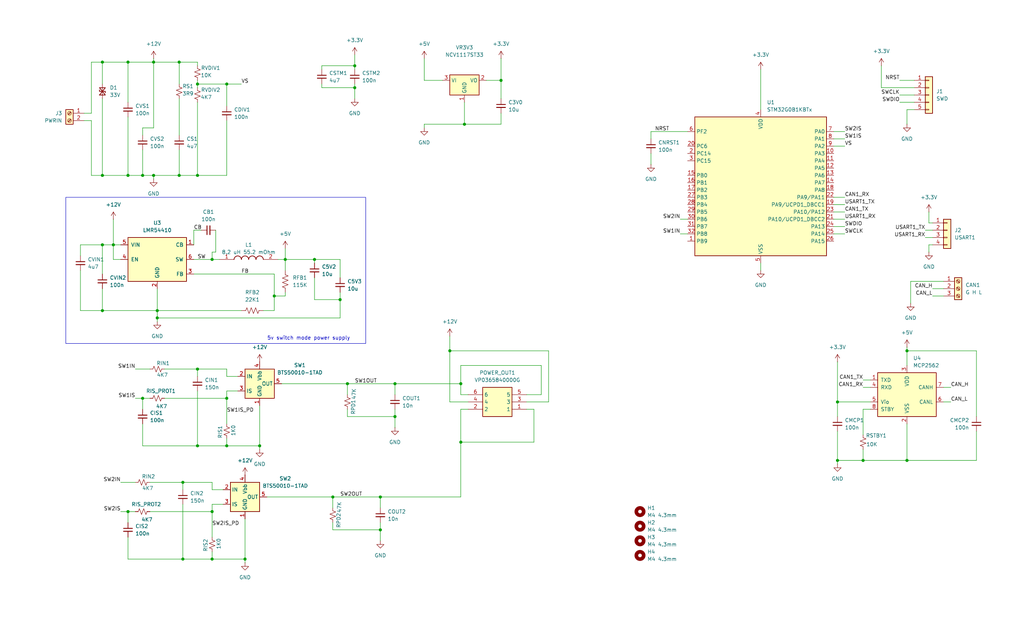
<source format=kicad_sch>
(kicad_sch (version 20250114) (generator "eeschema") (generator_version "9.0")
  (paper "USLegal")
  (title_block (title "High / Low Smart Switch") (date "2026-01-29") (rev "001") (company "Gordon McLellan"))
  (lib_symbols
    (symbol "Connector:Screw_Terminal_01x02" (pin_names (offset 1.016) (hide yes))
      (property "Reference" "J" (at 0 2.54 0))
      (property "Value" "Screw_Terminal_01x02" (at 0 -5.08 0))
      (symbol "Screw_Terminal_01x02_1_1"
        (pin passive line (at -5.08 0 0) (length 3.81) (name "Pin_1") (number "1"))
        (pin passive line (at -5.08 -2.54 0) (length 3.81) (name "Pin_2") (number "2"))
      )
    )
    (symbol "Connector:Screw_Terminal_01x03" (pin_names (offset 1.016) (hide yes))
      (property "Reference" "J" (at 0 5.08 0))
      (property "Value" "Screw_Terminal_01x03" (at 0 -5.08 0))
      (symbol "Screw_Terminal_01x03_1_1"
        (pin passive line (at -5.08 2.54 0) (length 3.81) (name "Pin_1") (number "1"))
        (pin passive line (at -5.08 0 0) (length 3.81) (name "Pin_2") (number "2"))
        (pin passive line (at -5.08 -2.54 0) (length 3.81) (name "Pin_3") (number "3"))
      )
    )
    (symbol "Connector_Generic:Conn_01x04" (pin_names (offset 1.016) (hide yes))
      (property "Reference" "J" (at 0 5.08 0))
      (property "Value" "Conn_01x04" (at 0 -7.62 0))
      (symbol "Conn_01x04_1_1"
        (pin passive line (at -5.08 2.54 0) (length 3.81) (name "Pin_1") (number "1"))
        (pin passive line (at -5.08 0 0) (length 3.81) (name "Pin_2") (number "2"))
        (pin passive line (at -5.08 -2.54 0) (length 3.81) (name "Pin_3") (number "3"))
        (pin passive line (at -5.08 -5.08 0) (length 3.81) (name "Pin_4") (number "4"))
      )
    )
    (symbol "Connector_Generic:Conn_01x05" (pin_names (offset 1.016) (hide yes))
      (property "Reference" "J" (at 0 7.62 0))
      (property "Value" "Conn_01x05" (at 0 -7.62 0))
      (symbol "Conn_01x05_1_1"
        (pin passive line (at -5.08 5.08 0) (length 3.81) (name "Pin_1") (number "1"))
        (pin passive line (at -5.08 2.54 0) (length 3.81) (name "Pin_2") (number "2"))
        (pin passive line (at -5.08 0 0) (length 3.81) (name "Pin_3") (number "3"))
        (pin passive line (at -5.08 -2.54 0) (length 3.81) (name "Pin_4") (number "4"))
        (pin passive line (at -5.08 -5.08 0) (length 3.81) (name "Pin_5") (number "5"))
      )
    )
    (symbol "Device:C_Small" (pin_numbers (hide yes)) (pin_names (offset 0.254) (hide yes))
      (property "Reference" "C" (at 0.254 1.778 0))
      (property "Value" "C_Small" (at 0.254 -2.032 0))
      (symbol "C_Small_1_1"
        (pin passive line (at 0 2.54 270) (length 2.032) (name "~") (number "1"))
        (pin passive line (at 0 -2.54 90) (length 2.032) (name "~") (number "2"))
      )
    )
    (symbol "Device:D_TVS_Small" (pin_numbers (hide yes)) (pin_names (offset 1.016) (hide yes))
      (property "Reference" "D" (at 0 2.54 0))
      (property "Value" "D_TVS_Small" (at 0 -2.54 0))
      (symbol "D_TVS_Small_1_1"
        (pin passive line (at -2.54 0 0) (length 1.27) (name "A1") (number "1"))
        (pin passive line (at 2.54 0 180) (length 1.27) (name "A2") (number "2"))
      )
    )
    (symbol "Device:R_Small_US" (pin_numbers (hide yes)) (pin_names (offset 0.254) (hide yes))
      (property "Reference" "R" (at 0.762 0.508 0))
      (property "Value" "R_Small_US" (at 0.762 -1.016 0))
      (symbol "R_Small_US_1_1"
        (pin passive line (at 0 2.54 270) (length 1.016) (name "~") (number "1"))
        (pin passive line (at 0 -2.54 90) (length 1.016) (name "~") (number "2"))
      )
    )
    (symbol "Device:R_US" (pin_numbers (hide yes)) (pin_names (offset 0))
      (property "Reference" "R" (at 2.54 0 90))
      (property "Value" "R_US" (at -2.54 0 90))
      (symbol "R_US_1_1"
        (pin passive line (at 0 3.81 270) (length 1.27) (name "~") (number "1"))
        (pin passive line (at 0 -3.81 90) (length 1.27) (name "~") (number "2"))
      )
    )
    (symbol "Interface_CAN_LIN:MCP2562-E-SN" (pin_names (offset 1.016))
      (property "Reference" "U" (at -10.16 8.89 0))
      (property "Value" "MCP2562-E-SN" (at 2.54 8.89 0))
      (symbol "MCP2562-E-SN_1_1"
        (pin input line (at -12.7 5.08 0) (length 2.54) (name "TXD") (number "1"))
        (pin output line (at -12.7 2.54 0) (length 2.54) (name "RXD") (number "4"))
        (pin power_in line (at -12.7 -2.54 0) (length 2.54) (name "Vio") (number "5"))
        (pin input line (at -12.7 -5.08 0) (length 2.54) (name "STBY") (number "8"))
        (pin power_in line (at 0 10.16 270) (length 2.54) (name "VDD") (number "3"))
        (pin power_in line (at 0 -10.16 90) (length 2.54) (name "VSS") (number "2"))
        (pin bidirectional line (at 12.7 2.54 180) (length 2.54) (name "CANH") (number "7"))
        (pin bidirectional line (at 12.7 -2.54 180) (length 2.54) (name "CANL") (number "6"))
      )
    )
    (symbol "MCU_ST_STM32G0:STM32G0B1KBTx"
      (property "Reference" "U" (at -22.86 26.67 0))
      (property "Value" "STM32G0B1KBTx" (at 2.54 26.67 0))
      (symbol "STM32G0B1KBTx_1_1"
        (pin bidirectional line (at -25.4 20.32 0) (length 2.54) (name "PF2") (number "6"))
        (pin bidirectional line (at -25.4 15.24 0) (length 2.54) (name "PC6") (number "20"))
        (pin bidirectional line (at -25.4 12.7 0) (length 2.54) (name "PC14") (number "2"))
        (pin bidirectional line (at -25.4 10.16 0) (length 2.54) (name "PC15") (number "3"))
        (pin bidirectional line (at -25.4 5.08 0) (length 2.54) (name "PB0") (number "15"))
        (pin bidirectional line (at -25.4 2.54 0) (length 2.54) (name "PB1") (number "16"))
        (pin bidirectional line (at -25.4 0 0) (length 2.54) (name "PB2") (number "17"))
        (pin bidirectional line (at -25.4 -2.54 0) (length 2.54) (name "PB3") (number "27"))
        (pin bidirectional line (at -25.4 -5.08 0) (length 2.54) (name "PB4") (number "28"))
        (pin bidirectional line (at -25.4 -7.62 0) (length 2.54) (name "PB5") (number "29"))
        (pin bidirectional line (at -25.4 -10.16 0) (length 2.54) (name "PB6") (number "30"))
        (pin bidirectional line (at -25.4 -12.7 0) (length 2.54) (name "PB7") (number "31"))
        (pin bidirectional line (at -25.4 -15.24 0) (length 2.54) (name "PB8") (number "32"))
        (pin bidirectional line (at -25.4 -17.78 0) (length 2.54) (name "PB9") (number "1"))
        (pin power_in line (at 0 27.94 270) (length 2.54) (name "VDD") (number "4"))
        (pin power_in line (at 0 -25.4 90) (length 2.54) (name "VSS") (number "5"))
        (pin bidirectional line (at 25.4 20.32 180) (length 2.54) (name "PA0") (number "7"))
        (pin bidirectional line (at 25.4 17.78 180) (length 2.54) (name "PA1") (number "8"))
        (pin bidirectional line (at 25.4 15.24 180) (length 2.54) (name "PA2") (number "9"))
        (pin bidirectional line (at 25.4 12.7 180) (length 2.54) (name "PA3") (number "10"))
        (pin bidirectional line (at 25.4 10.16 180) (length 2.54) (name "PA4") (number "11"))
        (pin bidirectional line (at 25.4 7.62 180) (length 2.54) (name "PA5") (number "12"))
        (pin bidirectional line (at 25.4 5.08 180) (length 2.54) (name "PA6") (number "13"))
        (pin bidirectional line (at 25.4 2.54 180) (length 2.54) (name "PA7") (number "14"))
        (pin bidirectional line (at 25.4 0 180) (length 2.54) (name "PA8") (number "18"))
        (pin bidirectional line (at 25.4 -2.54 180) (length 2.54) (name "PA9/PA11") (number "22"))
        (pin bidirectional line (at 25.4 -5.08 180) (length 2.54) (name "PA9/UCPD1_DBCC1") (number "19"))
        (pin bidirectional line (at 25.4 -7.62 180) (length 2.54) (name "PA10/PA12") (number "23"))
        (pin bidirectional line (at 25.4 -10.16 180) (length 2.54) (name "PA10/UCPD1_DBCC2") (number "21"))
        (pin bidirectional line (at 25.4 -12.7 180) (length 2.54) (name "PA13") (number "24"))
        (pin bidirectional line (at 25.4 -15.24 180) (length 2.54) (name "PA14") (number "25"))
        (pin bidirectional line (at 25.4 -17.78 180) (length 2.54) (name "PA15") (number "26"))
      )
    )
    (symbol "Mechanical:MountingHole" (pin_names (offset 1.016)) (in_bom no)
      (property "Reference" "H" (at 0 5.08 0))
      (property "Value" "MountingHole" (at 0 3.175 0))
    )
    (symbol "PCM_SparkFun-Regulator:LM1117-3.3"
      (property "Reference" "U" (at -3.81 3.175 0))
      (property "Value" "LM1117-3.3" (at 0 3.175 0))
      (property "VMax" "15V" (at 0 -10.16 0) (show_name))
      (property "IMax" "800mA" (at 0 -12.7 0) (show_name))
      (symbol "LM1117-3.3_1_1"
        (pin power_in line (at -7.62 0 0) (length 2.54) (name "VI") (number "3"))
        (pin power_in line (at 0 -7.62 90) (length 2.54) (name "GND") (number "1"))
        (pin power_out line (at 7.62 0 180) (length 2.54) (name "VO") (number "2"))
      )
    )
    (symbol "Power_Management:BTS50010-1TAD"
      (property "Reference" "U" (at -5.08 6.35 0))
      (property "Value" "BTS50010-1TAD" (at 8.89 6.35 0))
      (symbol "BTS50010-1TAD_1_1"
        (pin input line (at -7.62 2.54 0) (length 2.54) (name "IN") (number "2"))
        (pin output line (at -7.62 -2.54 0) (length 2.54) (name "IS") (number "3"))
        (pin power_in line (at 0 7.62 270) (length 2.54) (name "Vbb") (number "4"))
        (pin power_in line (at 0 -7.62 90) (length 2.54) (name "GND") (number "1"))
        (pin passive line (at 7.62 0 180) (length 2.54) (name "OUT") (number "5"))
        (pin passive line (at 7.62 0 180) (length 2.54) (hide yes) (name "OUT") (number "6"))
        (pin passive line (at 7.62 0 180) (length 2.54) (hide yes) (name "OUT") (number "7"))
      )
    )
    (symbol "Regulator_Switching:LMR50410" (pin_names (offset 1.016))
      (property "Reference" "U" (at -10.16 11.43 0))
      (property "Value" "LMR50410" (at -10.16 8.89 0))
      (symbol "LMR50410_1_1"
        (pin power_in line (at -12.7 5.08 0) (length 2.54) (name "VIN") (number "5"))
        (pin input line (at -12.7 0 0) (length 2.54) (name "EN") (number "4"))
        (pin power_in line (at 0 -10.16 90) (length 2.54) (name "GND") (number "2"))
        (pin input line (at 12.7 5.08 180) (length 2.54) (name "CB") (number "1"))
        (pin output line (at 12.7 0 180) (length 2.54) (name "SW") (number "6"))
        (pin input line (at 12.7 -5.08 180) (length 2.54) (name "FB") (number "3"))
      )
    )
    (symbol "SamacSys_Parts:SRP5030HMT-8R2M" (pin_names (hide yes))
      (property "Reference" "L" (at 16.51 6.35 0))
      (property "Value" "SRP5030HMT-8R2M" (at 16.51 3.81 0))
      (symbol "SRP5030HMT-8R2M_1_1"
        (pin passive line (at 0 0 0) (length 5.08) (name "1") (number "1"))
        (pin passive line (at 20.32 0 180) (length 5.08) (name "2") (number "2"))
      )
    )
    (symbol "SamacSys_Parts:VP0365840000G"
      (property "Reference" "J" (at 16.51 7.62 0))
      (property "Value" "VP0365840000G" (at 16.51 5.08 0))
      (symbol "VP0365840000G_1_1"
        (pin passive line (at 0 0 0) (length 5.08) (name "1") (number "1"))
        (pin passive line (at 0 -2.54 0) (length 5.08) (name "3") (number "3"))
        (pin passive line (at 0 -5.08 0) (length 5.08) (name "5") (number "5"))
        (pin passive line (at 20.32 0 180) (length 5.08) (name "2") (number "2"))
        (pin passive line (at 20.32 -2.54 180) (length 5.08) (name "4") (number "4"))
        (pin passive line (at 20.32 -5.08 180) (length 5.08) (name "6") (number "6"))
      )
    )
    (symbol "power:+12V" (power) (pin_numbers (hide yes)) (pin_names (offset 0) (hide yes))
      (property "Value" "+12V" (at 0 3.556 0))
      (symbol "+12V_1_1"
        (pin power_in line (at 0 0 90) (length 0) (name "~") (number "1"))
      )
    )
    (symbol "power:+3.3V" (power) (pin_numbers (hide yes)) (pin_names (offset 0) (hide yes))
      (property "Value" "+3.3V" (at 0 3.556 0))
      (symbol "+3.3V_1_1"
        (pin power_in line (at 0 0 90) (length 0) (name "~") (number "1"))
      )
    )
    (symbol "power:+5V" (power) (pin_numbers (hide yes)) (pin_names (offset 0) (hide yes))
      (property "Value" "+5V" (at 0 3.556 0))
      (symbol "+5V_1_1"
        (pin power_in line (at 0 0 90) (length 0) (name "~") (number "1"))
      )
    )
    (symbol "power:GND" (power) (pin_numbers (hide yes)) (pin_names (offset 0) (hide yes))
      (property "Value" "GND" (at 0 -3.81 0))
      (symbol "GND_1_1"
        (pin power_in line (at 0 0 270) (length 0) (name "~") (number "1"))
      )
    )
  )
  (rectangle (start 22.86 68.58) (end 127 119.38))
  (text "5v switch mode power supply" (at 107.188 117.602 0) (effects (font (size 1.27 1.27))))
  (junction (at 63.5 167.64))
  (junction (at 73.66 194.31))
  (junction (at 290.83 139.7))
  (junction (at 160.02 153.67))
  (junction (at 109.22 90.17))
  (junction (at 78.74 154.94))
  (junction (at 290.83 160.02))
  (junction (at 132.08 184.15))
  (junction (at 44.45 21.59))
  (junction (at 73.66 90.17))
  (junction (at 54.61 110.49))
  (junction (at 35.56 107.95))
  (junction (at 62.23 60.96))
  (junction (at 156.21 121.92))
  (junction (at 90.17 154.94))
  (junction (at 85.09 194.31))
  (junction (at 68.58 154.94))
  (junction (at 53.34 60.96))
  (junction (at 35.56 85.09))
  (junction (at 63.5 194.31))
  (junction (at 120.65 133.35))
  (junction (at 123.19 30.48))
  (junction (at 99.06 90.17))
  (junction (at 95.25 102.87))
  (junction (at 44.45 177.8))
  (junction (at 68.58 128.27))
  (junction (at 62.23 21.59))
  (junction (at 68.58 60.96))
  (junction (at 49.53 60.96))
  (junction (at 39.37 85.09))
  (junction (at 132.08 172.72))
  (junction (at 54.61 107.95))
  (junction (at 73.66 177.8))
  (junction (at 35.56 60.96))
  (junction (at 137.16 144.78))
  (junction (at 314.96 160.02))
  (junction (at 160.02 133.35))
  (junction (at 299.72 160.02))
  (junction (at 35.56 21.59))
  (junction (at 78.74 138.43))
  (junction (at 115.57 172.72))
  (junction (at 137.16 133.35))
  (junction (at 78.74 29.21))
  (junction (at 118.11 104.14))
  (junction (at 44.45 60.96))
  (junction (at 123.19 22.86))
  (junction (at 49.53 138.43))
  (junction (at 68.58 29.21))
  (junction (at 53.34 21.59))
  (junction (at 314.96 121.92))
  (junction (at 161.29 43.18))
  (junction (at 173.99 27.94))
  (wire (pts (xy 68.58 22.86) (xy 68.58 21.59)))
  (wire (pts (xy 29.21 39.37) (xy 31.75 39.37)))
  (wire (pts (xy 63.5 167.64) (xy 73.66 167.64)))
  (wire (pts (xy 314.96 160.02) (xy 339.09 160.02)))
  (wire (pts (xy 264.16 91.44) (xy 264.16 93.98)))
  (wire (pts (xy 160.02 153.67) (xy 160.02 172.72)))
  (wire (pts (xy 109.22 90.17) (xy 109.22 91.44)))
  (wire (pts (xy 49.53 138.43) (xy 46.99 138.43)))
  (wire (pts (xy 173.99 27.94) (xy 173.99 34.29)))
  (wire (pts (xy 99.06 102.87) (xy 99.06 101.6)))
  (wire (pts (xy 187.96 127) (xy 187.96 137.16)))
  (wire (pts (xy 35.56 85.09) (xy 39.37 85.09)))
  (wire (pts (xy 312.42 35.56) (xy 317.5 35.56)))
  (wire (pts (xy 76.2 90.17) (xy 73.66 90.17)))
  (wire (pts (xy 54.61 107.95) (xy 54.61 110.49)))
  (wire (pts (xy 321.31 82.55) (xy 323.85 82.55)))
  (wire (pts (xy 85.09 180.34) (xy 85.09 194.31)))
  (wire (pts (xy 118.11 104.14) (xy 118.11 101.6)))
  (wire (pts (xy 73.66 177.8) (xy 73.66 175.26)))
  (wire (pts (xy 302.26 139.7) (xy 290.83 139.7)))
  (wire (pts (xy 67.31 95.25) (xy 95.25 95.25)))
  (wire (pts (xy 68.58 128.27) (xy 68.58 130.81)))
  (wire (pts (xy 52.07 167.64) (xy 63.5 167.64)))
  (wire (pts (xy 35.56 107.95) (xy 27.94 107.95)))
  (wire (pts (xy 78.74 135.89) (xy 82.55 135.89)))
  (wire (pts (xy 123.19 22.86) (xy 123.19 24.13)))
  (wire (pts (xy 95.25 107.95) (xy 95.25 102.87)))
  (wire (pts (xy 109.22 90.17) (xy 118.11 90.17)))
  (wire (pts (xy 49.53 44.45) (xy 53.34 44.45)))
  (wire (pts (xy 68.58 27.94) (xy 68.58 29.21)))
  (wire (pts (xy 132.08 184.15) (xy 132.08 187.96)))
  (wire (pts (xy 54.61 107.95) (xy 83.82 107.95)))
  (wire (pts (xy 299.72 132.08) (xy 302.26 132.08)))
  (wire (pts (xy 31.75 41.91) (xy 31.75 60.96)))
  (wire (pts (xy 132.08 172.72) (xy 132.08 176.53)))
  (wire (pts (xy 118.11 90.17) (xy 118.11 96.52)))
  (wire (pts (xy 132.08 181.61) (xy 132.08 184.15)))
  (wire (pts (xy 68.58 154.94) (xy 49.53 154.94)))
  (wire (pts (xy 54.61 110.49) (xy 118.11 110.49)))
  (wire (pts (xy 111.76 30.48) (xy 123.19 30.48)))
  (wire (pts (xy 41.91 167.64) (xy 46.99 167.64)))
  (wire (pts (xy 290.83 139.7) (xy 290.83 144.78)))
  (wire (pts (xy 85.09 194.31) (xy 85.09 195.58)))
  (wire (pts (xy 74.93 87.63) (xy 73.66 87.63)))
  (wire (pts (xy 115.57 184.15) (xy 132.08 184.15)))
  (wire (pts (xy 289.56 48.26) (xy 293.37 48.26)))
  (wire (pts (xy 78.74 29.21) (xy 83.82 29.21)))
  (wire (pts (xy 147.32 43.18) (xy 147.32 44.45)))
  (wire (pts (xy 132.08 172.72) (xy 160.02 172.72)))
  (wire (pts (xy 62.23 21.59) (xy 53.34 21.59)))
  (wire (pts (xy 53.34 44.45) (xy 53.34 21.59)))
  (wire (pts (xy 73.66 191.77) (xy 73.66 194.31)))
  (wire (pts (xy 49.53 60.96) (xy 53.34 60.96)))
  (wire (pts (xy 137.16 142.24) (xy 137.16 144.78)))
  (wire (pts (xy 314.96 160.02) (xy 314.96 147.32)))
  (wire (pts (xy 290.83 160.02) (xy 299.72 160.02)))
  (wire (pts (xy 63.5 194.31) (xy 44.45 194.31)))
  (wire (pts (xy 68.58 29.21) (xy 78.74 29.21)))
  (wire (pts (xy 190.5 139.7) (xy 190.5 121.92)))
  (wire (pts (xy 35.56 60.96) (xy 44.45 60.96)))
  (wire (pts (xy 35.56 21.59) (xy 44.45 21.59)))
  (wire (pts (xy 68.58 29.21) (xy 68.58 30.48)))
  (wire (pts (xy 156.21 116.84) (xy 156.21 121.92)))
  (wire (pts (xy 52.07 177.8) (xy 73.66 177.8)))
  (wire (pts (xy 264.16 24.13) (xy 264.16 38.1)))
  (wire (pts (xy 57.15 138.43) (xy 78.74 138.43)))
  (wire (pts (xy 49.53 52.07) (xy 49.53 60.96)))
  (wire (pts (xy 27.94 107.95) (xy 27.94 93.98)))
  (wire (pts (xy 91.44 107.95) (xy 95.25 107.95)))
  (wire (pts (xy 78.74 138.43) (xy 78.74 135.89)))
  (wire (pts (xy 62.23 60.96) (xy 68.58 60.96)))
  (wire (pts (xy 314.96 38.1) (xy 314.96 43.18)))
  (wire (pts (xy 173.99 27.94) (xy 173.99 20.32)))
  (wire (pts (xy 185.42 153.67) (xy 185.42 142.24)))
  (wire (pts (xy 226.06 45.72) (xy 238.76 45.72)))
  (wire (pts (xy 41.91 90.17) (xy 39.37 90.17)))
  (wire (pts (xy 161.29 35.56) (xy 161.29 43.18)))
  (wire (pts (xy 73.66 194.31) (xy 85.09 194.31)))
  (wire (pts (xy 306.07 22.86) (xy 306.07 30.48)))
  (wire (pts (xy 289.56 50.8) (xy 293.37 50.8)))
  (wire (pts (xy 52.07 138.43) (xy 49.53 138.43)))
  (wire (pts (xy 289.56 68.58) (xy 293.37 68.58)))
  (wire (pts (xy 39.37 76.2) (xy 39.37 85.09)))
  (wire (pts (xy 182.88 139.7) (xy 190.5 139.7)))
  (wire (pts (xy 73.66 175.26) (xy 77.47 175.26)))
  (wire (pts (xy 35.56 95.25) (xy 35.56 85.09)))
  (wire (pts (xy 74.93 80.01) (xy 74.93 87.63)))
  (wire (pts (xy 327.66 134.62) (xy 330.2 134.62)))
  (wire (pts (xy 137.16 144.78) (xy 137.16 148.59)))
  (wire (pts (xy 97.79 133.35) (xy 120.65 133.35)))
  (wire (pts (xy 323.85 85.09) (xy 322.58 85.09)))
  (wire (pts (xy 289.56 76.2) (xy 293.37 76.2)))
  (wire (pts (xy 168.91 27.94) (xy 173.99 27.94)))
  (wire (pts (xy 35.56 21.59) (xy 35.56 29.21)))
  (wire (pts (xy 290.83 149.86) (xy 290.83 160.02)))
  (wire (pts (xy 63.5 167.64) (xy 63.5 170.18)))
  (wire (pts (xy 160.02 133.35) (xy 160.02 127)))
  (wire (pts (xy 226.06 53.34) (xy 226.06 57.15)))
  (wire (pts (xy 314.96 121.92) (xy 339.09 121.92)))
  (wire (pts (xy 78.74 152.4) (xy 78.74 154.94)))
  (wire (pts (xy 327.66 97.79) (xy 316.23 97.79)))
  (wire (pts (xy 120.65 144.78) (xy 137.16 144.78)))
  (wire (pts (xy 73.66 170.18) (xy 77.47 170.18)))
  (wire (pts (xy 299.72 160.02) (xy 314.96 160.02)))
  (wire (pts (xy 289.56 81.28) (xy 293.37 81.28)))
  (wire (pts (xy 236.22 76.2) (xy 238.76 76.2)))
  (wire (pts (xy 90.17 154.94) (xy 90.17 156.21)))
  (wire (pts (xy 62.23 52.07) (xy 62.23 60.96)))
  (wire (pts (xy 62.23 34.29) (xy 62.23 46.99)))
  (wire (pts (xy 289.56 71.12) (xy 293.37 71.12)))
  (wire (pts (xy 44.45 60.96) (xy 49.53 60.96)))
  (wire (pts (xy 182.88 137.16) (xy 187.96 137.16)))
  (wire (pts (xy 90.17 140.97) (xy 90.17 154.94)))
  (wire (pts (xy 68.58 35.56) (xy 68.58 60.96)))
  (wire (pts (xy 339.09 160.02) (xy 339.09 149.86)))
  (wire (pts (xy 111.76 22.86) (xy 123.19 22.86)))
  (wire (pts (xy 160.02 142.24) (xy 160.02 153.67)))
  (wire (pts (xy 31.75 39.37) (xy 31.75 21.59)))
  (wire (pts (xy 44.45 40.64) (xy 44.45 60.96)))
  (wire (pts (xy 73.66 167.64) (xy 73.66 170.18)))
  (wire (pts (xy 27.94 85.09) (xy 27.94 88.9)))
  (wire (pts (xy 39.37 90.17) (xy 39.37 85.09)))
  (wire (pts (xy 317.5 30.48) (xy 306.07 30.48)))
  (wire (pts (xy 147.32 27.94) (xy 147.32 20.32)))
  (wire (pts (xy 173.99 43.18) (xy 173.99 39.37)))
  (wire (pts (xy 299.72 160.02) (xy 299.72 156.21)))
  (wire (pts (xy 317.5 38.1) (xy 314.96 38.1)))
  (wire (pts (xy 323.85 100.33) (xy 327.66 100.33)))
  (wire (pts (xy 160.02 137.16) (xy 162.56 137.16)))
  (wire (pts (xy 312.42 27.94) (xy 317.5 27.94)))
  (wire (pts (xy 53.34 60.96) (xy 53.34 62.23)))
  (wire (pts (xy 95.25 95.25) (xy 95.25 102.87)))
  (wire (pts (xy 109.22 104.14) (xy 109.22 96.52)))
  (wire (pts (xy 323.85 102.87) (xy 327.66 102.87)))
  (wire (pts (xy 321.31 80.01) (xy 323.85 80.01)))
  (wire (pts (xy 327.66 139.7) (xy 330.2 139.7)))
  (wire (pts (xy 289.56 78.74) (xy 293.37 78.74)))
  (wire (pts (xy 31.75 21.59) (xy 35.56 21.59)))
  (wire (pts (xy 120.65 133.35) (xy 120.65 137.16)))
  (wire (pts (xy 95.25 102.87) (xy 99.06 102.87)))
  (wire (pts (xy 46.99 177.8) (xy 44.45 177.8)))
  (wire (pts (xy 68.58 60.96) (xy 78.74 60.96)))
  (wire (pts (xy 73.66 177.8) (xy 73.66 186.69)))
  (wire (pts (xy 44.45 194.31) (xy 44.45 186.69)))
  (wire (pts (xy 73.66 87.63) (xy 73.66 90.17)))
  (wire (pts (xy 67.31 85.09) (xy 67.31 80.01)))
  (wire (pts (xy 123.19 30.48) (xy 123.19 34.29)))
  (wire (pts (xy 67.31 80.01) (xy 69.85 80.01)))
  (wire (pts (xy 62.23 21.59) (xy 68.58 21.59)))
  (wire (pts (xy 289.56 45.72) (xy 293.37 45.72)))
  (wire (pts (xy 92.71 172.72) (xy 115.57 172.72)))
  (wire (pts (xy 156.21 139.7) (xy 162.56 139.7)))
  (wire (pts (xy 35.56 100.33) (xy 35.56 107.95)))
  (wire (pts (xy 44.45 177.8) (xy 44.45 181.61)))
  (wire (pts (xy 147.32 43.18) (xy 161.29 43.18)))
  (wire (pts (xy 57.15 128.27) (xy 68.58 128.27)))
  (wire (pts (xy 314.96 121.92) (xy 314.96 127)))
  (wire (pts (xy 299.72 142.24) (xy 299.72 151.13)))
  (wire (pts (xy 78.74 41.91) (xy 78.74 60.96)))
  (wire (pts (xy 111.76 24.13) (xy 111.76 22.86)))
  (wire (pts (xy 53.34 20.32) (xy 53.34 21.59)))
  (wire (pts (xy 78.74 130.81) (xy 82.55 130.81)))
  (wire (pts (xy 78.74 154.94) (xy 68.58 154.94)))
  (wire (pts (xy 44.45 177.8) (xy 41.91 177.8)))
  (wire (pts (xy 160.02 127) (xy 187.96 127)))
  (wire (pts (xy 323.85 77.47) (xy 322.58 77.47)))
  (wire (pts (xy 236.22 81.28) (xy 238.76 81.28)))
  (wire (pts (xy 289.56 73.66) (xy 293.37 73.66)))
  (wire (pts (xy 49.53 138.43) (xy 49.53 142.24)))
  (wire (pts (xy 49.53 154.94) (xy 49.53 147.32)))
  (wire (pts (xy 156.21 121.92) (xy 156.21 139.7)))
  (wire (pts (xy 120.65 142.24) (xy 120.65 144.78)))
  (wire (pts (xy 73.66 194.31) (xy 63.5 194.31)))
  (wire (pts (xy 226.06 45.72) (xy 226.06 48.26)))
  (wire (pts (xy 160.02 142.24) (xy 162.56 142.24)))
  (wire (pts (xy 161.29 43.18) (xy 173.99 43.18)))
  (wire (pts (xy 339.09 121.92) (xy 339.09 144.78)))
  (wire (pts (xy 35.56 34.29) (xy 35.56 60.96)))
  (wire (pts (xy 299.72 134.62) (xy 302.26 134.62)))
  (wire (pts (xy 118.11 104.14) (xy 109.22 104.14)))
  (wire (pts (xy 67.31 90.17) (xy 73.66 90.17)))
  (wire (pts (xy 68.58 154.94) (xy 68.58 135.89)))
  (wire (pts (xy 322.58 73.66) (xy 322.58 77.47)))
  (wire (pts (xy 29.21 41.91) (xy 31.75 41.91)))
  (wire (pts (xy 137.16 133.35) (xy 160.02 133.35)))
  (wire (pts (xy 46.99 128.27) (xy 52.07 128.27)))
  (wire (pts (xy 54.61 110.49) (xy 54.61 111.76)))
  (wire (pts (xy 99.06 90.17) (xy 99.06 93.98)))
  (wire (pts (xy 302.26 142.24) (xy 299.72 142.24)))
  (wire (pts (xy 182.88 142.24) (xy 185.42 142.24)))
  (wire (pts (xy 53.34 60.96) (xy 62.23 60.96)))
  (wire (pts (xy 123.19 29.21) (xy 123.19 30.48)))
  (wire (pts (xy 120.65 133.35) (xy 137.16 133.35)))
  (wire (pts (xy 31.75 60.96) (xy 35.56 60.96)))
  (wire (pts (xy 62.23 21.59) (xy 62.23 29.21)))
  (wire (pts (xy 99.06 90.17) (xy 109.22 90.17)))
  (wire (pts (xy 27.94 85.09) (xy 35.56 85.09)))
  (wire (pts (xy 41.91 85.09) (xy 39.37 85.09)))
  (wire (pts (xy 78.74 128.27) (xy 78.74 130.81)))
  (wire (pts (xy 44.45 21.59) (xy 53.34 21.59)))
  (wire (pts (xy 160.02 153.67) (xy 185.42 153.67)))
  (wire (pts (xy 111.76 29.21) (xy 111.76 30.48)))
  (wire (pts (xy 78.74 29.21) (xy 78.74 36.83)))
  (wire (pts (xy 316.23 97.79) (xy 316.23 105.41)))
  (wire (pts (xy 115.57 172.72) (xy 132.08 172.72)))
  (wire (pts (xy 312.42 33.02) (xy 317.5 33.02)))
  (wire (pts (xy 54.61 107.95) (xy 35.56 107.95)))
  (wire (pts (xy 123.19 19.05) (xy 123.19 22.86)))
  (wire (pts (xy 153.67 27.94) (xy 147.32 27.94)))
  (wire (pts (xy 314.96 120.65) (xy 314.96 121.92)))
  (wire (pts (xy 63.5 194.31) (xy 63.5 175.26)))
  (wire (pts (xy 290.83 160.02) (xy 290.83 161.29)))
  (wire (pts (xy 49.53 46.99) (xy 49.53 44.45)))
  (wire (pts (xy 68.58 128.27) (xy 78.74 128.27)))
  (wire (pts (xy 115.57 181.61) (xy 115.57 184.15)))
  (wire (pts (xy 137.16 133.35) (xy 137.16 137.16)))
  (wire (pts (xy 54.61 100.33) (xy 54.61 107.95)))
  (wire (pts (xy 115.57 172.72) (xy 115.57 176.53)))
  (wire (pts (xy 160.02 137.16) (xy 160.02 133.35)))
  (wire (pts (xy 78.74 138.43) (xy 78.74 147.32)))
  (wire (pts (xy 322.58 85.09) (xy 322.58 87.63)))
  (wire (pts (xy 96.52 90.17) (xy 99.06 90.17)))
  (wire (pts (xy 290.83 125.73) (xy 290.83 139.7)))
  (wire (pts (xy 118.11 110.49) (xy 118.11 104.14)))
  (wire (pts (xy 190.5 121.92) (xy 156.21 121.92)))
  (wire (pts (xy 99.06 86.36) (xy 99.06 90.17)))
  (wire (pts (xy 44.45 21.59) (xy 44.45 35.56)))
  (wire (pts (xy 78.74 154.94) (xy 90.17 154.94)))
  (label "VS" (at 293.37 50.8 0))
  (label "VS" (at 83.82 29.21 0))
  (label "SW2IS" (at 41.91 177.8 180))
  (label "FB" (at 83.82 95.25 0))
  (label "CAN1_TX" (at 293.37 73.66 0))
  (label "NRST" (at 312.42 27.94 180))
  (label "SW1OUT" (at 123.19 133.35 0))
  (label "SW1IS_PD" (at 78.74 143.51 0))
  (label "CAN1_RX" (at 293.37 68.58 0))
  (label "SW" (at 68.58 90.17 0))
  (label "CAN1_RX" (at 299.72 134.62 180))
  (label "SWCLK" (at 293.37 81.28 0))
  (label "SWDIO" (at 312.42 35.56 180))
  (label "CAN_H" (at 330.2 134.62 0))
  (label "SW1IN" (at 236.22 81.28 180))
  (label "USART1_RX" (at 321.31 82.55 180))
  (label "CAN_H" (at 323.85 100.33 180))
  (label "SW2OUT" (at 118.11 172.72 0))
  (label "USART1_TX" (at 321.31 80.01 180))
  (label "CB" (at 67.31 80.01 0))
  (label "NRST" (at 232.41 45.72 180))
  (label "SW2IS_PD" (at 73.66 182.88 0))
  (label "CAN_L" (at 323.85 102.87 180))
  (label "SW2IN" (at 41.91 167.64 180))
  (label "CAN_L" (at 330.2 139.7 0))
  (label "SW1IS" (at 293.37 48.26 0))
  (label "SWCLK" (at 312.42 33.02 180))
  (label "SWDIO" (at 293.37 78.74 0))
  (label "SW1IN" (at 46.99 128.27 180))
  (label "USART1_RX" (at 293.37 76.2 0))
  (label "CAN1_TX" (at 299.72 132.08 180))
  (label "SW2IS" (at 293.37 45.72 0))
  (label "SW1IS" (at 46.99 138.43 180))
  (label "SW2IN" (at 236.22 76.2 180))
  (label "USART1_TX" (at 293.37 71.12 0))
  (symbol (lib_id "Device:C_Small") (at 27.94 91.44 0) (unit 1)
    (property "Reference" "CVIN1" (at 30.48 90.1762 0) (effects (justify left)))
    (property "Value" "4u7" (at 30.48 92.7162 0) (effects (justify left)))
    (property "Footprint" "Capacitor_SMD:C_1210_3225Metric_Pad1.33x2.70mm_HandSolder" (effects (hide yes)))
    (property "Description" "100n / 100v" (effects (hide yes)))
  )
  (symbol (lib_id "Mechanical:MountingHole") (at 222.25 193.04 0) (unit 1) (in_bom no)
    (property "Reference" "H4" (at 224.79 191.7699 0) (effects (justify left)))
    (property "Value" "M4 4.3mm" (at 224.79 194.3099 0) (effects (justify left)))
    (property "Footprint" "MountingHole:MountingHole_4.3mm_M4" (effects (hide yes)))
    (property "Description" "Mounting Hole without connection" (effects (hide yes)))
  )
  (symbol (lib_id "power:GND") (at 85.09 195.58 0) (unit 1)
    (property "Reference" "#PWR04" (effects (hide yes)))
    (property "Value" "GND" (at 85.09 200.66 0))
    (property "Description" "Power symbol creates a global label with name \"GND\" , ground" (effects (hide yes)))
  )
  (symbol (lib_id "Device:C_Small") (at 78.74 39.37 0) (unit 1)
    (property "Reference" "CDIV1" (at 81.28 38.1062 0) (effects (justify left)))
    (property "Value" "100n" (at 81.28 40.6462 0) (effects (justify left)))
    (property "Footprint" "Capacitor_SMD:C_0603_1608Metric_Pad1.08x0.95mm_HandSolder" (effects (hide yes)))
    (property "Description" "Unpolarized capacitor, small symbol" (effects (hide yes)))
  )
  (symbol (lib_id "power:GND") (at 226.06 57.15 0) (unit 1)
    (property "Reference" "#PWR020" (effects (hide yes)))
    (property "Value" "GND" (at 226.06 62.23 0))
    (property "Description" "Power symbol creates a global label with name \"GND\" , ground" (effects (hide yes)))
  )
  (symbol (lib_id "Device:C_Small") (at 173.99 36.83 0) (unit 1)
    (property "Reference" "C3V0" (at 176.53 35.5662 0) (effects (justify left)))
    (property "Value" "10u" (at 176.53 38.1062 0) (effects (justify left)))
    (property "Footprint" "Capacitor_SMD:C_0805_2012Metric_Pad1.18x1.45mm_HandSolder" (effects (hide yes)))
    (property "Description" "Unpolarized capacitor, small symbol" (effects (hide yes)))
  )
  (symbol (lib_id "Device:R_Small_US") (at 299.72 153.67 180) (unit 1)
    (property "Reference" "RSTBY1" (at 304.292 151.384 0))
    (property "Value" "10K" (at 302.768 154.432 0))
    (property "Footprint" "Resistor_SMD:R_0603_1608Metric_Pad0.98x0.95mm_HandSolder" (effects (hide yes)))
    (property "Description" "Resistor, small US symbol" (effects (hide yes)))
  )
  (symbol (lib_id "power:+3.3V") (at 264.16 24.13 0) (unit 1)
    (property "Reference" "#PWR017" (effects (hide yes)))
    (property "Value" "+3.3V" (at 264.16 19.05 0))
    (property "Description" "Power symbol creates a global label with name \"+3.3V\"" (effects (hide yes)))
  )
  (symbol (lib_id "power:GND") (at 316.23 105.41 0) (unit 1)
    (property "Reference" "#PWR026" (effects (hide yes)))
    (property "Value" "GND" (at 316.23 110.49 0))
    (property "Description" "Power symbol creates a global label with name \"GND\" , ground" (effects (hide yes)))
  )
  (symbol (lib_id "Power_Management:BTS50010-1TAD") (at 85.09 172.72 0) (unit 1)
    (property "Reference" "SW2" (at 99.06 166.2998 0))
    (property "Value" "BTS50010-1TAD" (at 99.06 168.8398 0))
    (property "Footprint" "Package_TO_SOT_SMD:TO-263-7_TabPin4" (effects (hide yes)))
    (property "Datasheet" "https://www.infineon.com/assets/row/public/documents/10/49/infineon-bts50010-1tad-datasheet-en.pdf" (effects (hide yes)))
    (property "Description" "Smart High-Side Power Switch, PROFET, Single, 1mOhm, 40A, 18V, TO-263-7" (effects (hide yes)))
  )
  (symbol (lib_id "power:GND") (at 147.32 44.45 0) (unit 1)
    (property "Reference" "#PWR014" (effects (hide yes)))
    (property "Value" "GND" (at 147.32 49.53 0))
    (property "Description" "Power symbol creates a global label with name \"GND\" , ground" (effects (hide yes)))
  )
  (symbol (lib_id "Device:R_Small_US") (at 68.58 25.4 180) (unit 1)
    (property "Reference" "RVDIV1" (at 73.152 23.622 0))
    (property "Value" "10K" (at 71.628 26.162 0))
    (property "Footprint" "Resistor_SMD:R_0603_1608Metric_Pad0.98x0.95mm_HandSolder" (effects (hide yes)))
    (property "Description" "Resistor, small US symbol" (effects (hide yes)))
  )
  (symbol (lib_id "power:GND") (at 322.58 87.63 0) (unit 1)
    (property "Reference" "#PWR025" (effects (hide yes)))
    (property "Value" "GND" (at 322.58 92.71 0))
    (property "Description" "Power symbol creates a global label with name \"GND\" , ground" (effects (hide yes)))
  )
  (symbol (lib_id "power:+12V") (at 53.34 20.32 0) (unit 1)
    (property "Reference" "#PWR010" (effects (hide yes)))
    (property "Value" "+12V" (at 53.34 15.24 0))
    (property "Description" "Power symbol creates a global label with name \"+12V\"" (effects (hide yes)))
  )
  (symbol (lib_id "power:+3.3V") (at 173.99 20.32 0) (unit 1)
    (property "Reference" "#PWR013" (effects (hide yes)))
    (property "Value" "+3.3V" (at 173.99 15.24 0))
    (property "Description" "Power symbol creates a global label with name \"+3.3V\"" (effects (hide yes)))
  )
  (symbol (lib_id "Device:R_Small_US") (at 78.74 149.86 180) (unit 1)
    (property "Reference" "RIS1" (at 76.454 150.114 90))
    (property "Value" "1K0" (at 81.026 149.606 90))
    (property "Footprint" "Resistor_SMD:R_0603_1608Metric_Pad0.98x0.95mm_HandSolder" (effects (hide yes)))
    (property "Description" "Resistor, small US symbol" (effects (hide yes)))
  )
  (symbol (lib_id "Device:C_Small") (at 72.39 80.01 90) (unit 1)
    (property "Reference" "CB1" (at 72.3963 73.66 90))
    (property "Value" "100n" (at 72.3963 76.2 90))
    (property "Footprint" "Capacitor_SMD:C_0603_1608Metric_Pad1.08x0.95mm_HandSolder" (effects (hide yes)))
    (property "Description" "Unpolarized capacitor, small symbol" (effects (hide yes)))
  )
  (symbol (lib_id "Interface_CAN_LIN:MCP2562-E-SN") (at 314.96 137.16 0) (unit 1)
    (property "Reference" "U4" (at 317.1033 124.46 0) (effects (justify left)))
    (property "Value" "MCP2562" (at 317.1033 127 0) (effects (justify left)))
    (property "Footprint" "Package_SO:SOIC-8_3.9x4.9mm_P1.27mm" (effects (hide yes)))
    (property "Datasheet" "http://ww1.microchip.com/downloads/en/DeviceDoc/25167A.pdf" (effects (hide yes)))
    (property "Description" "High-Speed CAN Transceiver, 1Mbps, 5V supply, Vio pin, -40C to +125C, SOIC-8" (effects (hide yes)))
  )
  (symbol (lib_id "Device:C_Small") (at 132.08 179.07 0) (unit 1)
    (property "Reference" "COUT2" (at 134.62 177.8062 0) (effects (justify left)))
    (property "Value" "10n" (at 134.62 180.3462 0) (effects (justify left)))
    (property "Footprint" "Capacitor_SMD:C_0603_1608Metric_Pad1.08x0.95mm_HandSolder" (effects (hide yes)))
    (property "Description" "Unpolarized capacitor, small symbol" (effects (hide yes)))
  )
  (symbol (lib_id "power:GND") (at 314.96 43.18 0) (unit 1)
    (property "Reference" "#PWR08" (effects (hide yes)))
    (property "Value" "GND" (at 314.96 48.26 0))
    (property "Description" "Power symbol creates a global label with name \"GND\" , ground" (effects (hide yes)))
  )
  (symbol (lib_id "Device:R_Small_US") (at 49.53 167.64 90) (unit 1)
    (property "Reference" "RIN2" (at 51.562 165.608 90))
    (property "Value" "4K7" (at 51.308 169.672 90))
    (property "Footprint" "Resistor_SMD:R_0603_1608Metric_Pad0.98x0.95mm_HandSolder" (effects (hide yes)))
    (property "Description" "Resistor, small US symbol" (effects (hide yes)))
  )
  (symbol (lib_id "Mechanical:MountingHole") (at 222.25 182.88 0) (unit 1) (in_bom no)
    (property "Reference" "H2" (at 224.79 181.6099 0) (effects (justify left)))
    (property "Value" "M4 4.3mm" (at 224.79 184.1499 0) (effects (justify left)))
    (property "Footprint" "MountingHole:MountingHole_4.3mm_M4" (effects (hide yes)))
    (property "Description" "Mounting Hole without connection" (effects (hide yes)))
  )
  (symbol (lib_id "Device:C_Small") (at 137.16 139.7 0) (unit 1)
    (property "Reference" "COUT1" (at 139.7 138.4362 0) (effects (justify left)))
    (property "Value" "10n" (at 139.7 140.9762 0) (effects (justify left)))
    (property "Footprint" "Capacitor_SMD:C_0603_1608Metric_Pad1.08x0.95mm_HandSolder" (effects (hide yes)))
    (property "Description" "Unpolarized capacitor, small symbol" (effects (hide yes)))
  )
  (symbol (lib_id "Power_Management:BTS50010-1TAD") (at 90.17 133.35 0) (unit 1)
    (property "Reference" "SW1" (at 104.14 126.9298 0))
    (property "Value" "BTS50010-1TAD" (at 104.14 129.4698 0))
    (property "Footprint" "Package_TO_SOT_SMD:TO-263-7_TabPin4" (effects (hide yes)))
    (property "Datasheet" "https://www.infineon.com/assets/row/public/documents/10/49/infineon-bts50010-1tad-datasheet-en.pdf" (effects (hide yes)))
    (property "Description" "Smart High-Side Power Switch, PROFET, Single, 1mOhm, 40A, 18V, TO-263-7" (effects (hide yes)))
  )
  (symbol (lib_id "power:+12V") (at 156.21 116.84 0) (unit 1)
    (property "Reference" "#PWR07" (effects (hide yes)))
    (property "Value" "+12V" (at 156.21 111.76 0))
    (property "Description" "Power symbol creates a global label with name \"+12V\"" (effects (hide yes)))
  )
  (symbol (lib_id "Device:R_Small_US") (at 62.23 31.75 180) (unit 1)
    (property "Reference" "RS1" (at 65.278 29.972 0))
    (property "Value" "3R9" (at 65.278 32.512 0))
    (property "Footprint" "Resistor_SMD:R_0603_1608Metric_Pad0.98x0.95mm_HandSolder" (effects (hide yes)))
    (property "Description" "Resistor, small US symbol" (effects (hide yes)))
  )
  (symbol (lib_id "Connector:Screw_Terminal_01x03") (at 332.74 100.33 0) (unit 1)
    (property "Reference" "CAN1" (at 335.28 99.0599 0) (effects (justify left)))
    (property "Value" "G H L" (at 335.28 101.5999 0) (effects (justify left)))
    (property "Footprint" "TerminalBlock_Phoenix:TerminalBlock_Phoenix_MPT-0,5-3-2.54_1x03_P2.54mm_Horizontal" (effects (hide yes)))
    (property "Description" "Generic screw terminal, single row, 01x03, script generated (kicad-library-utils/schlib/autogen/connector/)" (effects (hide yes)))
  )
  (symbol (lib_id "Device:C_Small") (at 111.76 26.67 0) (unit 1)
    (property "Reference" "CSTM1" (at 114.3 25.4062 0) (effects (justify left)))
    (property "Value" "4u7" (at 114.3 27.9462 0) (effects (justify left)))
    (property "Footprint" "Capacitor_SMD:C_0805_2012Metric_Pad1.18x1.45mm_HandSolder" (effects (hide yes)))
    (property "Description" "Unpolarized capacitor, small symbol" (effects (hide yes)))
  )
  (symbol (lib_id "power:+3.3V") (at 123.19 19.05 0) (unit 1)
    (property "Reference" "#PWR018" (effects (hide yes)))
    (property "Value" "+3.3V" (at 123.19 13.97 0))
    (property "Description" "Power symbol creates a global label with name \"+3.3V\"" (effects (hide yes)))
  )
  (symbol (lib_id "Device:R_Small_US") (at 54.61 138.43 90) (unit 1)
    (property "Reference" "RIS_PROT1" (at 55.88 135.89 90))
    (property "Value" "4K7" (at 56.134 141.224 90))
    (property "Footprint" "Resistor_SMD:R_0603_1608Metric_Pad0.98x0.95mm_HandSolder" (effects (hide yes)))
    (property "Description" "Resistor, small US symbol" (effects (hide yes)))
  )
  (symbol (lib_id "Device:C_Small") (at 290.83 147.32 0) (unit 1)
    (property "Reference" "CMCP1" (at 293.37 146.0562 0) (effects (justify left)))
    (property "Value" "100n" (at 293.37 148.5962 0) (effects (justify left)))
    (property "Footprint" "Capacitor_SMD:C_0603_1608Metric_Pad1.08x0.95mm_HandSolder" (effects (hide yes)))
    (property "Description" "Unpolarized capacitor, small symbol" (effects (hide yes)))
  )
  (symbol (lib_id "Device:C_Small") (at 44.45 184.15 0) (unit 1)
    (property "Reference" "CIS2" (at 46.99 182.8862 0) (effects (justify left)))
    (property "Value" "100n" (at 46.99 185.4262 0) (effects (justify left)))
    (property "Footprint" "Capacitor_SMD:C_0603_1608Metric_Pad1.08x0.95mm_HandSolder" (effects (hide yes)))
    (property "Description" "Unpolarized capacitor, small symbol" (effects (hide yes)))
  )
  (symbol (lib_id "Device:C_Small") (at 226.06 50.8 0) (unit 1)
    (property "Reference" "CNRST1" (at 228.6 49.5362 0) (effects (justify left)))
    (property "Value" "100n" (at 228.6 52.0762 0) (effects (justify left)))
    (property "Footprint" "Capacitor_SMD:C_0603_1608Metric_Pad1.08x0.95mm_HandSolder" (effects (hide yes)))
    (property "Description" "Unpolarized capacitor, small symbol" (effects (hide yes)))
  )
  (symbol (lib_id "Device:C_Small") (at 123.19 26.67 0) (unit 1)
    (property "Reference" "CSTM2" (at 125.73 25.4062 0) (effects (justify left)))
    (property "Value" "100n" (at 125.73 27.9462 0) (effects (justify left)))
    (property "Footprint" "Capacitor_SMD:C_0603_1608Metric_Pad1.08x0.95mm_HandSolder" (effects (hide yes)))
    (property "Description" "Unpolarized capacitor, small symbol" (effects (hide yes)))
  )
  (symbol (lib_id "Mechanical:MountingHole") (at 222.25 187.96 0) (unit 1) (in_bom no)
    (property "Reference" "H3" (at 224.79 186.6899 0) (effects (justify left)))
    (property "Value" "M4 4.3mm" (at 224.79 189.2299 0) (effects (justify left)))
    (property "Footprint" "MountingHole:MountingHole_4.3mm_M4" (effects (hide yes)))
    (property "Description" "Mounting Hole without connection" (effects (hide yes)))
  )
  (symbol (lib_id "Device:C_Small") (at 109.22 93.98 0) (unit 1)
    (property "Reference" "C5V2" (at 111.76 92.7162 0) (effects (justify left)))
    (property "Value" "10u" (at 111.76 95.2562 0) (effects (justify left)))
    (property "Footprint" "Capacitor_SMD:C_0805_2012Metric_Pad1.18x1.45mm_HandSolder" (effects (hide yes)))
    (property "Description" "Unpolarized capacitor, small symbol" (effects (hide yes)))
  )
  (symbol (lib_id "power:+5V") (at 99.06 86.36 0) (unit 1)
    (property "Reference" "#PWR024" (effects (hide yes)))
    (property "Value" "+5V" (at 99.06 81.28 0))
    (property "Description" "Power symbol creates a global label with name \"+5V\"" (effects (hide yes)))
  )
  (symbol (lib_id "Device:R_Small_US") (at 73.66 189.23 180) (unit 1)
    (property "Reference" "RIS2" (at 71.374 189.484 90))
    (property "Value" "1K0" (at 75.946 188.976 90))
    (property "Footprint" "Resistor_SMD:R_0603_1608Metric_Pad0.98x0.95mm_HandSolder" (effects (hide yes)))
    (property "Description" "Resistor, small US symbol" (effects (hide yes)))
  )
  (symbol (lib_id "Device:R_Small_US") (at 54.61 128.27 90) (unit 1)
    (property "Reference" "RIN1" (at 56.642 126.238 90))
    (property "Value" "4K7" (at 56.388 130.302 90))
    (property "Footprint" "Resistor_SMD:R_0603_1608Metric_Pad0.98x0.95mm_HandSolder" (effects (hide yes)))
    (property "Description" "Resistor, small US symbol" (effects (hide yes)))
  )
  (symbol (lib_id "Device:R_Small_US") (at 115.57 179.07 180) (unit 1)
    (property "Reference" "RPD2" (at 117.602 180.848 90))
    (property "Value" "47K" (at 117.856 176.276 90))
    (property "Footprint" "Resistor_SMD:R_0603_1608Metric_Pad0.98x0.95mm_HandSolder" (effects (hide yes)))
    (property "Description" "Resistor, small US symbol" (effects (hide yes)))
  )
  (symbol (lib_id "power:GND") (at 54.61 111.76 0) (unit 1)
    (property "Reference" "#PWR032" (effects (hide yes)))
    (property "Value" "GND" (at 54.61 116.84 0))
    (property "Description" "Power symbol creates a global label with name \"GND\" , ground" (effects (hide yes)))
  )
  (symbol (lib_id "Device:C_Small") (at 339.09 147.32 0) (mirror y) (unit 1)
    (property "Reference" "CMCP2" (at 336.55 146.0562 0) (effects (justify left)))
    (property "Value" "100n" (at 336.55 148.5962 0) (effects (justify left)))
    (property "Footprint" "Capacitor_SMD:C_0603_1608Metric_Pad1.08x0.95mm_HandSolder" (effects (hide yes)))
    (property "Description" "Unpolarized capacitor, small symbol" (effects (hide yes)))
  )
  (symbol (lib_id "Connector_Generic:Conn_01x05") (at 322.58 33.02 0) (unit 1)
    (property "Reference" "J1" (at 325.12 31.7499 0) (effects (justify left)))
    (property "Value" "SWD" (at 325.12 34.2899 0) (effects (justify left)))
    (property "Footprint" "Connector_PinHeader_2.54mm:PinHeader_1x05_P2.54mm_Vertical" (effects (hide yes)))
    (property "Description" "Generic connector, single row, 01x05, script generated (kicad-library-utils/schlib/autogen/connector/)" (effects (hide yes)))
  )
  (symbol (lib_id "Device:C_Small") (at 62.23 49.53 0) (unit 1)
    (property "Reference" "CS1" (at 64.77 48.2662 0) (effects (justify left)))
    (property "Value" "4u7" (at 64.77 50.8062 0) (effects (justify left)))
    (property "Footprint" "Capacitor_SMD:C_0603_1608Metric_Pad1.08x0.95mm_HandSolder" (effects (hide yes)))
    (property "Description" "Unpolarized capacitor, small symbol" (effects (hide yes)))
  )
  (symbol (lib_id "Mechanical:MountingHole") (at 222.25 177.8 0) (unit 1) (in_bom no)
    (property "Reference" "H1" (at 224.79 176.5299 0) (effects (justify left)))
    (property "Value" "M4 4.3mm" (at 224.79 179.0699 0) (effects (justify left)))
    (property "Footprint" "MountingHole:MountingHole_4.3mm_M4" (effects (hide yes)))
    (property "Description" "Mounting Hole without connection" (effects (hide yes)))
  )
  (symbol (lib_id "Device:C_Small") (at 35.56 97.79 0) (unit 1)
    (property "Reference" "CVIN2" (at 38.1 96.5262 0) (effects (justify left)))
    (property "Value" "100n" (at 38.1 99.0662 0) (effects (justify left)))
    (property "Footprint" "Capacitor_SMD:C_0603_1608Metric_Pad1.08x0.95mm_HandSolder" (effects (hide yes)))
    (property "Description" "100n / 100v" (effects (hide yes)))
  )
  (symbol (lib_id "Device:R_Small_US") (at 49.53 177.8 90) (unit 1)
    (property "Reference" "RIS_PROT2" (at 50.8 175.26 90))
    (property "Value" "4K7" (at 51.054 180.594 90))
    (property "Footprint" "Resistor_SMD:R_0603_1608Metric_Pad0.98x0.95mm_HandSolder" (effects (hide yes)))
    (property "Description" "Resistor, small US symbol" (effects (hide yes)))
  )
  (symbol (lib_id "MCU_ST_STM32G0:STM32G0B1KBTx") (at 264.16 66.04 0) (unit 1)
    (property "Reference" "U1" (at 266.3033 35.56 0) (effects (justify left)))
    (property "Value" "STM32G0B1KBTx" (at 266.3033 38.1 0) (effects (justify left)))
    (property "Footprint" "Package_QFP:LQFP-32_7x7mm_P0.8mm" (effects (hide yes)))
    (property "Datasheet" "https://www.st.com/resource/en/datasheet/stm32g0b1kb.pdf" (effects (hide yes)))
    (property "Description" "STMicroelectronics Arm Cortex-M0+ MCU, 128KB flash, 144KB RAM, 64 MHz, 1.7-3.6V, 30 GPIO, LQFP32" (effects (hide yes)))
  )
  (symbol (lib_id "Device:R_US") (at 99.06 97.79 0) (unit 1)
    (property "Reference" "RFB1" (at 101.6 96.5199 0) (effects (justify left)))
    (property "Value" "115K" (at 101.6 99.0599 0) (effects (justify left)))
    (property "Footprint" "Resistor_SMD:R_0603_1608Metric_Pad0.98x0.95mm_HandSolder" (effects (hide yes)))
    (property "Description" "Resistor, US symbol" (effects (hide yes)))
  )
  (symbol (lib_id "power:+3.3V") (at 290.83 125.73 0) (unit 1)
    (property "Reference" "#PWR012" (effects (hide yes)))
    (property "Value" "+3.3V" (at 290.83 120.65 0))
    (property "Description" "Power symbol creates a global label with name \"+3.3V\"" (effects (hide yes)))
  )
  (symbol (lib_id "power:GND") (at 290.83 161.29 0) (unit 1)
    (property "Reference" "#PWR011" (effects (hide yes)))
    (property "Value" "GND" (at 290.83 166.37 0))
    (property "Description" "Power symbol creates a global label with name \"GND\" , ground" (effects (hide yes)))
  )
  (symbol (lib_id "Device:C_Small") (at 118.11 99.06 0) (unit 1)
    (property "Reference" "C5V3" (at 120.65 97.7962 0) (effects (justify left)))
    (property "Value" "10u" (at 120.65 100.3362 0) (effects (justify left)))
    (property "Footprint" "Capacitor_SMD:C_0805_2012Metric_Pad1.18x1.45mm_HandSolder" (effects (hide yes)))
    (property "Description" "Unpolarized capacitor, small symbol" (effects (hide yes)))
  )
  (symbol (lib_id "power:GND") (at 137.16 148.59 0) (unit 1)
    (property "Reference" "#PWR06" (effects (hide yes)))
    (property "Value" "GND" (at 137.16 153.67 0))
    (property "Description" "Power symbol creates a global label with name \"GND\" , ground" (effects (hide yes)))
  )
  (symbol (lib_id "Device:D_TVS_Small") (at 35.56 31.75 90) (unit 1)
    (property "Reference" "D1" (at 38.1 30.4799 90) (effects (justify right)))
    (property "Value" "33V" (at 38.1 33.0199 90) (effects (justify right)))
    (property "Footprint" "Diode_SMD:D_SMA_Handsoldering" (effects (hide yes)))
    (property "Description" "Bidirectional transient-voltage-suppression diode, small symbol" (effects (hide yes)))
  )
  (symbol (lib_id "power:+5V") (at 147.32 20.32 0) (unit 1)
    (property "Reference" "#PWR022" (effects (hide yes)))
    (property "Value" "+5V" (at 147.32 15.24 0))
    (property "Description" "Power symbol creates a global label with name \"+5V\"" (effects (hide yes)))
  )
  (symbol (lib_id "Connector_Generic:Conn_01x04") (at 328.93 80.01 0) (unit 1)
    (property "Reference" "J2" (at 331.47 80.0099 0) (effects (justify left)))
    (property "Value" "USART1" (at 331.47 82.5499 0) (effects (justify left)))
    (property "Footprint" "Connector_PinHeader_2.54mm:PinHeader_1x04_P2.54mm_Vertical" (effects (hide yes)))
    (property "Description" "Generic connector, single row, 01x04, script generated (kicad-library-utils/schlib/autogen/connector/)" (effects (hide yes)))
  )
  (symbol (lib_id "Connector:Screw_Terminal_01x02") (at 24.13 39.37 0) (mirror y) (unit 1)
    (property "Reference" "J3" (at 21.59 39.3699 0) (effects (justify left)))
    (property "Value" "PWRIN" (at 21.59 41.9099 0) (effects (justify left)))
    (property "Footprint" "TerminalBlock_Phoenix:TerminalBlock_Phoenix_MPT-0,5-2-2.54_1x02_P2.54mm_Horizontal" (effects (hide yes)))
    (property "Description" "Generic screw terminal, single row, 01x02, script generated (kicad-library-utils/schlib/autogen/connector/)" (effects (hide yes)))
  )
  (symbol (lib_id "power:+12V") (at 39.37 76.2 0) (unit 1)
    (property "Reference" "#PWR023" (effects (hide yes)))
    (property "Value" "+12V" (at 39.37 71.12 0))
    (property "Description" "Power symbol creates a global label with name \"+12V\"" (effects (hide yes)))
  )
  (symbol (lib_id "power:GND") (at 264.16 93.98 0) (unit 1)
    (property "Reference" "#PWR016" (effects (hide yes)))
    (property "Value" "GND" (at 264.16 99.06 0))
    (property "Description" "Power symbol creates a global label with name \"GND\" , ground" (effects (hide yes)))
  )
  (symbol (lib_id "power:+12V") (at 85.09 165.1 0) (unit 1)
    (property "Reference" "#PWR01" (effects (hide yes)))
    (property "Value" "+12V" (at 85.09 160.02 0))
    (property "Description" "Power symbol creates a global label with name \"+12V\"" (effects (hide yes)))
  )
  (symbol (lib_id "power:GND") (at 90.17 156.21 0) (unit 1)
    (property "Reference" "#PWR02" (effects (hide yes)))
    (property "Value" "GND" (at 90.17 161.29 0))
    (property "Description" "Power symbol creates a global label with name \"GND\" , ground" (effects (hide yes)))
  )
  (symbol (lib_id "Device:C_Small") (at 68.58 133.35 0) (unit 1)
    (property "Reference" "CIN1" (at 71.12 132.0862 0) (effects (justify left)))
    (property "Value" "150n" (at 71.12 134.6262 0) (effects (justify left)))
    (property "Footprint" "Capacitor_SMD:C_0603_1608Metric_Pad1.08x0.95mm_HandSolder" (effects (hide yes)))
    (property "Description" "Unpolarized capacitor, small symbol" (effects (hide yes)))
  )
  (symbol (lib_id "SamacSys_Parts:VP0365840000G") (at 182.88 142.24 180) (unit 1)
    (property "Reference" "POWER_OUT1" (at 172.72 129.54 0))
    (property "Value" "VP0365840000G" (at 172.72 132.08 0))
    (property "Footprint" "VP0365840000G" (effects (hide yes)))
    (property "Datasheet" "https://www.mouser.ca/ProductDetail/Amphenol-Anytek/VP0365840000G?qs=Mv7BduZupUgzoCVpYg1nQw%3D%3D" (effects (hide yes)))
    (property "Description" "3 Position Wire to Board Terminal Block Horizontal with Board 0.400\" (10.16mm) Through Hole" (effects (hide yes)))
    (property "Height" "28.8" (effects (hide yes)))
    (property "Mouser Part Number" "649-VP03658400J0G" (effects (hide yes)))
    (property "Mouser Price/Stock" "https://www.mouser.co.uk/ProductDetail/Amphenol-Anytek/VP0365840000G?qs=Mv7BduZupUgzoCVpYg1nQw%3D%3D" (effects (hide yes)))
    (property "Manufacturer_Name" "Amphenol" (effects (hide yes)))
    (property "Manufacturer_Part_Number" "VP0365840000G" (effects (hide yes)))
  )
  (symbol (lib_id "Device:C_Small") (at 44.45 38.1 0) (unit 1)
    (property "Reference" "CVS1" (at 46.99 36.8362 0) (effects (justify left)))
    (property "Value" "100n" (at 46.99 39.3762 0) (effects (justify left)))
    (property "Footprint" "Capacitor_SMD:C_0603_1608Metric_Pad1.08x0.95mm_HandSolder" (effects (hide yes)))
    (property "Description" "Unpolarized capacitor, small symbol" (effects (hide yes)))
  )
  (symbol (lib_id "power:+3.3V") (at 322.58 73.66 0) (unit 1)
    (property "Reference" "#PWR021" (effects (hide yes)))
    (property "Value" "+3.3V" (at 322.58 68.58 0))
    (property "Description" "Power symbol creates a global label with name \"+3.3V\"" (effects (hide yes)))
  )
  (symbol (lib_id "Device:R_US") (at 87.63 107.95 90) (unit 1)
    (property "Reference" "RFB2" (at 87.63 101.6 90))
    (property "Value" "22K1" (at 87.63 104.14 90))
    (property "Footprint" "Resistor_SMD:R_0603_1608Metric_Pad0.98x0.95mm_HandSolder" (effects (hide yes)))
    (property "Description" "Resistor, US symbol" (effects (hide yes)))
  )
  (symbol (lib_id "SamacSys_Parts:SRP5030HMT-8R2M") (at 76.2 90.17 0) (unit 1)
    (property "Reference" "L1" (at 86.36 85.09 0))
    (property "Value" "8.2 uH 55.2 mOhm" (at 86.36 87.63 0))
    (property "Footprint" "SamacSys_Parts:SRP5030HMT2R2M" (effects (hide yes)))
    (property "Datasheet" "https://www.bourns.com/docs/Product-Datasheets/SRP5030HMT.pdf" (effects (hide yes)))
    (property "Description" "Ind,5.2x5.6x2.8mm,8.2uH+/-20%,5.8A,shd" (effects (hide yes)))
    (property "Height" "3" (effects (hide yes)))
    (property "Mouser Part Number" "SRP5030HMT-8R2M" (effects (hide yes)))
    (property "Manufacturer_Name" "Bourns" (effects (hide yes)))
    (property "Manufacturer_Part_Number" "SRP5030HMT-8R2M" (effects (hide yes)))
  )
  (symbol (lib_id "Device:C_Small") (at 63.5 172.72 0) (unit 1)
    (property "Reference" "CIN2" (at 66.04 171.4562 0) (effects (justify left)))
    (property "Value" "150n" (at 66.04 173.9962 0) (effects (justify left)))
    (property "Footprint" "Capacitor_SMD:C_0603_1608Metric_Pad1.08x0.95mm_HandSolder" (effects (hide yes)))
    (property "Description" "Unpolarized capacitor, small symbol" (effects (hide yes)))
  )
  (symbol (lib_id "power:GND") (at 132.08 187.96 0) (unit 1)
    (property "Reference" "#PWR05" (effects (hide yes)))
    (property "Value" "GND" (at 132.08 193.04 0))
    (property "Description" "Power symbol creates a global label with name \"GND\" , ground" (effects (hide yes)))
  )
  (symbol (lib_id "power:+3.3V") (at 306.07 22.86 0) (unit 1)
    (property "Reference" "#PWR027" (effects (hide yes)))
    (property "Value" "+3.3V" (at 306.07 17.78 0))
    (property "Description" "Power symbol creates a global label with name \"+3.3V\"" (effects (hide yes)))
  )
  (symbol (lib_id "Regulator_Switching:LMR50410") (at 54.61 90.17 0) (unit 1)
    (property "Reference" "U3" (at 54.61 77.47 0))
    (property "Value" "LMR54410" (at 54.61 80.01 0))
    (property "Footprint" "Package_TO_SOT_SMD:SOT-23-6" (effects (hide yes)))
    (property "Datasheet" "https://www.ti.com/lit/gpn/lmr54410" (effects (hide yes)))
    (property "Description" "4V to 36V, 1A, 80-µA Iq synchronous SIMPLE SWITCHER® power converter" (effects (hide yes)))
  )
  (symbol (lib_id "power:GND") (at 123.19 34.29 0) (unit 1)
    (property "Reference" "#PWR019" (effects (hide yes)))
    (property "Value" "GND" (at 123.19 39.37 0))
    (property "Description" "Power symbol creates a global label with name \"GND\" , ground" (effects (hide yes)))
  )
  (symbol (lib_id "power:+12V") (at 90.17 125.73 0) (unit 1)
    (property "Reference" "#PWR03" (effects (hide yes)))
    (property "Value" "+12V" (at 90.17 120.65 0))
    (property "Description" "Power symbol creates a global label with name \"+12V\"" (effects (hide yes)))
  )
  (symbol (lib_id "Device:R_Small_US") (at 68.58 33.02 180) (unit 1)
    (property "Reference" "RVDIV2" (at 73.152 31.242 0))
    (property "Value" "4K7" (at 71.628 33.782 0))
    (property "Footprint" "Resistor_SMD:R_0603_1608Metric_Pad0.98x0.95mm_HandSolder" (effects (hide yes)))
    (property "Description" "Resistor, small US symbol" (effects (hide yes)))
  )
  (symbol (lib_id "power:+5V") (at 314.96 120.65 0) (unit 1)
    (property "Reference" "#PWR015" (effects (hide yes)))
    (property "Value" "+5V" (at 314.96 115.57 0))
    (property "Description" "Power symbol creates a global label with name \"+5V\"" (effects (hide yes)))
  )
  (symbol (lib_id "Device:C_Small") (at 49.53 49.53 0) (unit 1)
    (property "Reference" "CVS2" (at 52.07 48.2662 0) (effects (justify left)))
    (property "Value" "100n" (at 52.07 50.8062 0) (effects (justify left)))
    (property "Footprint" "Capacitor_SMD:C_0603_1608Metric_Pad1.08x0.95mm_HandSolder" (effects (hide yes)))
    (property "Description" "Unpolarized capacitor, small symbol" (effects (hide yes)))
  )
  (symbol (lib_id "Device:R_Small_US") (at 120.65 139.7 180) (unit 1)
    (property "Reference" "RPD1" (at 122.682 141.478 90))
    (property "Value" "47K" (at 122.936 136.906 90))
    (property "Footprint" "Resistor_SMD:R_0603_1608Metric_Pad0.98x0.95mm_HandSolder" (effects (hide yes)))
    (property "Description" "Resistor, small US symbol" (effects (hide yes)))
  )
  (symbol (lib_id "PCM_SparkFun-Regulator:LM1117-3.3") (at 161.29 27.94 0) (unit 1)
    (property "Reference" "VR3V3" (at 161.29 16.51 0))
    (property "Value" "NCV1117ST33" (at 161.29 19.05 0))
    (property "Footprint" "PCM_SparkFun-Semiconductor-Standard:SOT-223-3_TabPin2" (effects (hide yes)))
    (property "Datasheet" "https://www.onsemi.com/download/data-sheet/pdf/ncp1117-d.pdf" (effects (hide yes)))
    (property "Description" "800mA Low-Dropout Linear Regulator, 3.3V fixed output, SOT-223" (effects (hide yes)))
    (property "PROD_ID" "IC-26292" (effects (hide yes)))
    (property "VMax" "15V" (effects (hide yes)))
    (property "IMax" "800mA" (effects (hide yes)))
  )
  (symbol (lib_id "Device:C_Small") (at 49.53 144.78 0) (unit 1)
    (property "Reference" "CIS1" (at 52.07 143.5162 0) (effects (justify left)))
    (property "Value" "100n" (at 52.07 146.0562 0) (effects (justify left)))
    (property "Footprint" "Capacitor_SMD:C_0603_1608Metric_Pad1.08x0.95mm_HandSolder" (effects (hide yes)))
    (property "Description" "Unpolarized capacitor, small symbol" (effects (hide yes)))
  )
  (symbol (lib_id "power:GND") (at 53.34 62.23 0) (unit 1)
    (property "Reference" "#PWR09" (effects (hide yes)))
    (property "Value" "GND" (at 53.34 67.31 0))
    (property "Description" "Power symbol creates a global label with name \"GND\" , ground" (effects (hide yes)))
  )
)
</source>
